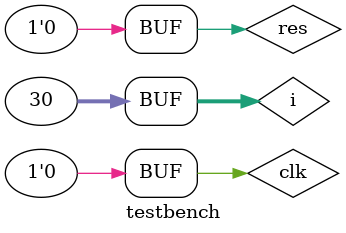
<source format=v>
`timescale 1ns/1ns
`include "dzielnik.v"

module testbench();

reg clk, res;
wire dzielnik1_out;
wire dzielnik2_out;

dzielnik #(2, 1) dzielnik1 (dzielnik1_out, clk, res);
dzielnik #(6, 3) dzielnik2 (dzielnik2_out, clk, res);
dzielnik #(10, 4) dzielnik3 (dzielnik3_out, clk, res);

initial begin
	$dumpfile("testbench.vcd");
	$dumpvars(1);
end

integer i;

initial begin
	for(i=0; i<30; i=i+1) begin
		clk = 1; #10;
		clk = 0; #10;
	end
end

initial begin
	res = 1; #1; res = 0;
end

endmodule
</source>
